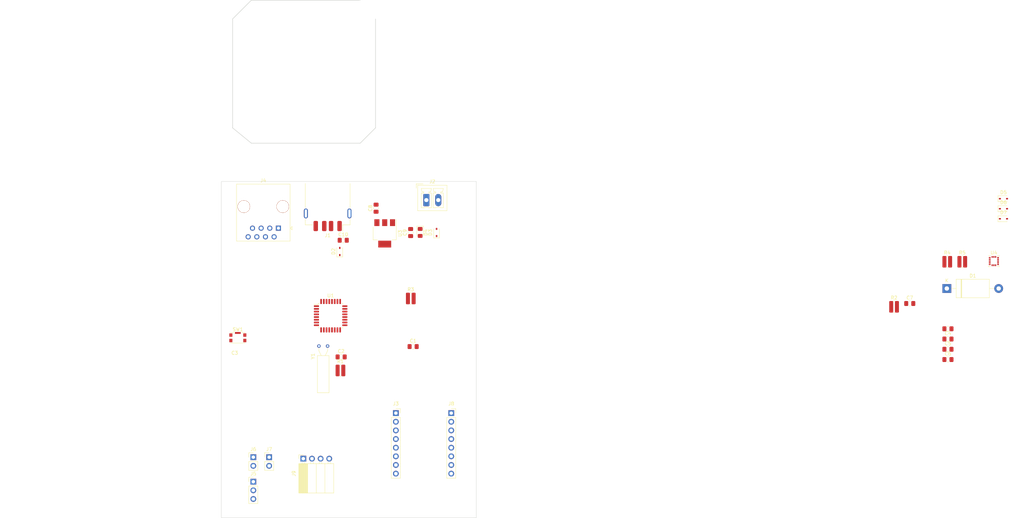
<source format=kicad_pcb>
(kicad_pcb (version 20221018) (generator pcbnew)
  (layers (0 "F.Cu" signal) (31 "B.Cu" signal) (34 "B.Paste" user) (35 "F.Paste" user) (36 "B.SilkS" user "B.Silkscreen") (37 "F.SilkS" user "F.Silkscreen") (38 "B.Mask" user) (39 "F.Mask" user) (44 "Edge.Cuts" user))
  (net 0 "")
  (net 1 " XIN ")
  (net 2 "GND")
  (net 3 "Net-(C2-Pad1)")
  (net 4 "5V -USB")
  (net 5 "Reset")
  (net 6 "RTS")
  (net 7 "N.C.")
  (net 8 "Net-(D1-K)")
  (net 9 "24v")
  (net 10 "Net-(D4-A)")
  (net 11 "/USB/3.3V")
  (net 12 "USB-")
  (net 13 "USB+")
  (net 14 "B-")
  (net 15 "B+")
  (net 16 "A-")
  (net 17 "A+")
  (net 18 "ETH0")
  (net 19 "ETH1")
  (net 20 "ETH2")
  (net 21 "ETH3")
  (net 22 "ETH4")
  (net 23 "ETH5")
  (net 24 "ETH6")
  (net 25 "FAN1")
  (net 26 "TEMPIN1")
  (net 27 "TEMPIN2")
  (net 28 "EN  ")
  (net 34 "STEP")
  (net 35 "DIR ")
  (net 36 "XOUT")
  (net 37 "TXD")
  (net 38 "RXD")
  (net 39 "ETH7")
  (footprint "Capacitor_SMD:C_0805_2012Metric_Pad1.18x1.45mm_HandSolder" (layer "F.Cu") (at 68.476 146.046)
    (fp_text reference "C2" (at 0 -1.68) (layer "F.SilkS"))
    (fp_text value "27p")
    (fp_line (start -0.261252 -0.735) (end 0.261252 -0.735) (stroke (width 0.12)) (layer "F.SilkS"))
    (fp_line (start -0.261252 0.735) (end 0.261252 0.735) (stroke (width 0.12)) (layer "F.SilkS"))
    (pad "1" smd roundrect (at -1.0375 0) (size 1.175 1.45) (layers "F.Cu" "F.Paste" "F.Mask") (roundrect_rratio 0.212766) (net 3 "Net-(C2-Pad1)"))
    (pad "2" smd roundrect (at 1.0375 0) (size 1.175 1.45) (layers "F.Cu" "F.Paste" "F.Mask") (roundrect_rratio 0.212766) (net 2 "GND"))
  )
  (footprint "Resistor_SMD:R_0612_1632Metric_Pad1.18x3.40mm_HandSolder" (layer "F.Cu") (at 251.005 118.08)
    (fp_text reference "R5" (at 0 -2.65) (layer "F.SilkS"))
    (fp_text value "47.5K")
    (fp_line (start -0.182983 -1.71) (end 0.182983 -1.71) (stroke (width 0.12)) (layer "F.SilkS"))
    (fp_line (start -0.182983 1.71) (end 0.182983 1.71) (stroke (width 0.12)) (layer "F.SilkS"))
    (pad "1" smd roundrect (at -0.8375 0) (size 1.175 3.4) (layers "F.Cu" "F.Paste" "F.Mask") (roundrect_rratio 0.212766) (net 11 "/USB/3.3V"))
    (pad "2" smd roundrect (at 0.8375 0) (size 1.175 3.4) (layers "F.Cu" "F.Paste" "F.Mask") (roundrect_rratio 0.212766) (net 2 "GND"))
  )
  (footprint "Resistor_SMD:R_0612_1632Metric_Pad1.18x3.40mm_HandSolder" (layer "F.Cu") (at 246.595 118.08)
    (fp_text reference "R4" (at 0 -2.65) (layer "F.SilkS"))
    (fp_text value "22.1K")
    (fp_line (start -0.182983 -1.71) (end 0.182983 -1.71) (stroke (width 0.12)) (layer "F.SilkS"))
    (fp_line (start -0.182983 1.71) (end 0.182983 1.71) (stroke (width 0.12)) (layer "F.SilkS"))
    (pad "1" smd roundrect (at -0.8375 0) (size 1.175 3.4) (layers "F.Cu" "F.Paste" "F.Mask") (roundrect_rratio 0.212766) (net 4 "5V -USB"))
    (pad "2" smd roundrect (at 0.8375 0) (size 1.175 3.4) (layers "F.Cu" "F.Paste" "F.Mask") (roundrect_rratio 0.212766) (net 11 "/USB/3.3V"))
  )
  (footprint "Connector_USB:USB_A_Receptacle_GCT_USB1046" (layer "F.Cu") (at 64.516 100.336 180)
    (fp_text reference "J1" (at 0 -10) (layer "F.SilkS"))
    (fp_text value "USB_A")
    (fp_line (start -6.58 -6.91) (end -6.58 -5.26) (stroke (width 0.12)) (layer "F.SilkS"))
    (fp_line (start -6.58 -1.84) (end -6.58 5.25) (stroke (width 0.12)) (layer "F.SilkS"))
    (fp_line (start -4.41 -6.91) (end -6.58 -6.91) (stroke (width 0.12)) (layer "F.SilkS"))
    (fp_line (start -4.41 -6.91) (end -4.41 -8.75) (stroke (width 0.12)) (layer "F.SilkS"))
    (fp_line (start 4.41 -6.91) (end 6.58 -6.91) (stroke (width 0.12)) (layer "F.SilkS"))
    (fp_line (start 6.58 -6.91) (end 6.58 -5.26) (stroke (width 0.12)) (layer "F.SilkS"))
    (fp_line (start 6.58 -1.84) (end 6.58 5.25) (stroke (width 0.12)) (layer "F.SilkS"))
    (pad "1" smd roundrect (at -3.5 -7.25 180) (size 1.3 3) (layers "F.Cu" "F.Paste" "F.Mask") (net 4 "5V -USB"))
    (pad "2" smd roundrect (at -1 -7.25 180) (size 1.3 3) (layers "F.Cu" "F.Paste" "F.Mask") (net 12 "USB-"))
    (pad "3" smd roundrect (at 1 -7.25 180) (size 1.3 3) (layers "F.Cu" "F.Paste" "F.Mask") (net 13 "USB+"))
    (pad "4" smd roundrect (at 3.5 -7.25 180) (size 1.3 3) (layers "F.Cu" "F.Paste" "F.Mask") (net 2 "GND"))
    (pad "5" thru_hole oval (at -6.4 -3.55 180) (size 1.2 2.9) (drill oval 0.6 2.3) (layers "*.Cu" "*.Mask") (net 2 "GND"))
    (pad "5" thru_hole oval (at 6.4 -3.55 180) (size 1.2 2.9) (drill oval 0.6 2.3) (layers "*.Cu" "*.Mask") (net 2 "GND"))
  )
  (footprint "Connector_PinHeader_2.54mm:PinHeader_1x02_P2.54mm_Vertical" (layer "F.Cu") (at 42.672 175.514)
    (fp_text reference "J6" (at 0 -2.33) (layer "F.SilkS"))
    (fp_text value "Temperature Read 1")
    (fp_line (start -1.33 -1.33) (end 0 -1.33) (stroke (width 0.12)) (layer "F.SilkS"))
    (fp_line (start -1.33 0) (end -1.33 -1.33) (stroke (width 0.12)) (layer "F.SilkS"))
    (fp_line (start -1.33 1.27) (end -1.33 3.87) (stroke (width 0.12)) (layer "F.SilkS"))
    (fp_line (start -1.33 1.27) (end 1.33 1.27) (stroke (width 0.12)) (layer "F.SilkS"))
    (fp_line (start -1.33 3.87) (end 1.33 3.87) (stroke (width 0.12)) (layer "F.SilkS"))
    (fp_line (start 1.33 1.27) (end 1.33 3.87) (stroke (width 0.12)) (layer "F.SilkS"))
    (pad "1" thru_hole rect (at 0 0) (size 1.7 1.7) (drill 1) (layers "*.Cu" "*.Mask") (net 26 "TEMPIN1"))
    (pad "2" thru_hole oval (at 0 2.54) (size 1.7 1.7) (drill 1) (layers "*.Cu" "*.Mask") (net 2 "GND"))
  )
  (footprint "Capacitor_SMD:C_0805_2012Metric_Pad1.18x1.45mm_HandSolder" (layer "F.Cu") (at 246.795 140.79)
    (fp_text reference "C4" (at 0 -1.68) (layer "F.SilkS"))
    (fp_text value "100nF")
    (fp_line (start -0.261252 -0.735) (end 0.261252 -0.735) (stroke (width 0.12)) (layer "F.SilkS"))
    (fp_line (start -0.261252 0.735) (end 0.261252 0.735) (stroke (width 0.12)) (layer "F.SilkS"))
    (pad "1" smd roundrect (at -1.0375 0) (size 1.175 1.45) (layers "F.Cu" "F.Paste" "F.Mask") (roundrect_rratio 0.212766) (net 4 "5V -USB"))
    (pad "2" smd roundrect (at 1.0375 0) (size 1.175 1.45) (layers "F.Cu" "F.Paste" "F.Mask") (roundrect_rratio 0.212766) (net 2 "GND"))
  )
  (footprint "Capacitor_SMD:C_0805_2012Metric_Pad1.18x1.45mm_HandSolder" (layer "F.Cu") (at 78.74 102.3405 90)
    (fp_text reference "C8" (at 0 -1.68 90) (layer "F.SilkS"))
    (fp_text value "10u")
    (fp_line (start -0.261252 -0.735) (end 0.261252 -0.735) (stroke (width 0.12)) (layer "F.SilkS"))
    (fp_line (start -0.261252 0.735) (end 0.261252 0.735) (stroke (width 0.12)) (layer "F.SilkS"))
    (pad "1" smd roundrect (at -1.0375 0 90) (size 1.175 1.45) (layers "F.Cu" "F.Paste" "F.Mask") (roundrect_rratio 0.212766) (net 7 "N.C."))
    (pad "2" smd roundrect (at 1.0375 0 90) (size 1.175 1.45) (layers "F.Cu" "F.Paste" "F.Mask") (roundrect_rratio 0.212766) (net 2 "GND"))
  )
  (footprint "Package_LGA:LGA-16_3x3mm_P0.5mm_LayoutBorder3x5y" (layer "F.Cu") (at 260.295 117.88)
    (fp_text reference "U4" (at 0 -2.45) (layer "F.SilkS"))
    (fp_text value "CP2102N-Axx-xQFN20")
    (fp_line (start -1.61 1.61) (end -1.61 1.435) (stroke (width 0.12)) (layer "F.SilkS"))
    (fp_line (start -0.935 -1.61) (end -1.61 -1.61) (stroke (width 0.12)) (layer "F.SilkS"))
    (fp_line (start -0.935 1.61) (end -1.61 1.61) (stroke (width 0.12)) (layer "F.SilkS"))
    (fp_line (start 0.935 -1.61) (end 1.61 -1.61) (stroke (width 0.12)) (layer "F.SilkS"))
    (fp_line (start 0.935 1.61) (end 1.61 1.61) (stroke (width 0.12)) (layer "F.SilkS"))
    (fp_line (start 1.61 -1.61) (end 1.61 -1.435) (stroke (width 0.12)) (layer "F.SilkS"))
    (fp_line (start 1.61 1.61) (end 1.61 1.435) (stroke (width 0.12)) (layer "F.SilkS"))
    (pad "1" smd roundrect (at -1.225 -1) (size 0.55 0.35) (layers "F.Cu" "F.Paste" "F.Mask"))
    (pad "2" smd roundrect (at -1.225 -0.5) (size 0.55 0.35) (layers "F.Cu" "F.Paste" "F.Mask"))
    (pad "3" smd roundrect (at -1.225 0) (size 0.55 0.35) (layers "F.Cu" "F.Paste" "F.Mask") (net 2 "GND"))
    (pad "4" smd roundrect (at -1.225 0.5) (size 0.55 0.35) (layers "F.Cu" "F.Paste" "F.Mask") (net 13 "USB+"))
    (pad "5" smd roundrect (at -1.225 1) (size 0.55 0.35) (layers "F.Cu" "F.Paste" "F.Mask") (net 12 "USB-"))
    (pad "6" smd roundrect (at -0.5 1.225) (size 0.35 0.55) (layers "F.Cu" "F.Paste" "F.Mask") (net 11 "/USB/3.3V"))
    (pad "7" smd roundrect (at 0 1.225) (size 0.35 0.55) (layers "F.Cu" "F.Paste" "F.Mask") (net 4 "5V -USB"))
    (pad "8" smd roundrect (at 0.5 1.225) (size 0.35 0.55) (layers "F.Cu" "F.Paste" "F.Mask") (net 11 "/USB/3.3V"))
    (pad "9" smd roundrect (at 1.225 1) (size 0.55 0.35) (layers "F.Cu" "F.Paste" "F.Mask") (net 6 "RTS"))
    (pad "10" smd roundrect (at 1.225 0.5) (size 0.55 0.35) (layers "F.Cu" "F.Paste" "F.Mask"))
    (pad "11" smd roundrect (at 1.225 0) (size 0.55 0.35) (layers "F.Cu" "F.Paste" "F.Mask"))
    (pad "12" smd roundrect (at 1.225 -0.5) (size 0.55 0.35) (layers "F.Cu" "F.Paste" "F.Mask") (net 2 "GND"))
    (pad "13" smd roundrect (at 1.225 -1) (size 0.55 0.35) (layers "F.Cu" "F.Paste" "F.Mask"))
    (pad "14" smd roundrect (at 0.5 -1.225) (size 0.35 0.55) (layers "F.Cu" "F.Paste" "F.Mask"))
    (pad "15" smd roundrect (at 0 -1.225) (size 0.35 0.55) (layers "F.Cu" "F.Paste" "F.Mask"))
    (pad "16" smd roundrect (at -0.5 -1.225) (size 0.35 0.55) (layers "F.Cu" "F.Paste" "F.Mask"))
  )
  (footprint "Button_Switch_SMD:SW_Push_1P1T-SH_NO_CK_KMR2xxG" (layer "F.Cu") (at 38.118 140.424)
    (fp_text reference "SW1" (at 0 -2.45) (layer "F.SilkS"))
    (fp_text value "SW_Push_Open_Dual")
    (fp_line (start -2.2 0.05) (end -2.2 -0.05) (stroke (width 0.12)) (layer "F.SilkS"))
    (fp_line (start -2.2 1.55) (end 2.2 1.55) (stroke (width 0.12)) (layer "F.SilkS"))
    (fp_line (start -1.15 -1.55) (end -2.2 -1.55) (stroke (width 0.12)) (layer "F.SilkS"))
    (fp_line (start 2.2 -1.55) (end 1.15 -1.55) (stroke (width 0.12)) (layer "F.SilkS"))
    (fp_line (start 2.2 0.05) (end 2.2 -0.05) (stroke (width 0.12)) (layer "F.SilkS"))
    (pad "1" smd rect (at -2.05 -0.8) (size 0.9 1) (layers "F.Cu" "F.Paste" "F.Mask") (net 5 "Reset"))
    (pad "1" smd rect (at 2.05 -0.8) (size 0.9 1) (layers "F.Cu" "F.Paste" "F.Mask") (net 5 "Reset"))
    (pad "2" smd rect (at -2.05 0.8) (size 0.9 1) (layers "F.Cu" "F.Paste" "F.Mask") (net 2 "GND"))
    (pad "2" smd rect (at 2.05 0.8) (size 0.9 1) (layers "F.Cu" "F.Paste" "F.Mask") (net 2 "GND"))
    (pad "SH" smd rect (at 0 -1.425) (size 1.7 0.55) (layers "F.Cu" "F.Paste" "F.Mask"))
  )
  (footprint "Package_TO_SOT_SMD:SOT-223-3_TabPin2" (layer "F.Cu") (at 81.28 109.738 -90)
    (fp_text reference "U3" (at 0 -4.5 -90) (layer "F.SilkS"))
    (fp_text value "NCP1117-12_TO252")
    (fp_line (start -4.1 -3.41) (end 1.91 -3.41) (stroke (width 0.12)) (layer "F.SilkS"))
    (fp_line (start -1.85 3.41) (end 1.91 3.41) (stroke (width 0.12)) (layer "F.SilkS"))
    (fp_line (start 1.91 -3.41) (end 1.91 -2.15) (stroke (width 0.12)) (layer "F.SilkS"))
    (fp_line (start 1.91 3.41) (end 1.91 2.15) (stroke (width 0.12)) (layer "F.SilkS"))
    (pad "1" smd rect (at -3.15 -2.3 270) (size 2 1.5) (layers "F.Cu" "F.Paste" "F.Mask") (net 2 "GND"))
    (pad "2" smd rect (at -3.15 0 270) (size 2 1.5) (layers "F.Cu" "F.Paste" "F.Mask") (net 4 "5V -USB"))
    (pad "2" smd rect (at 3.15 0 270) (size 2 3.8) (layers "F.Cu" "F.Paste" "F.Mask") (net 4 "5V -USB"))
    (pad "3" smd rect (at -3.15 2.3 270) (size 2 1.5) (layers "F.Cu" "F.Paste" "F.Mask") (net 7 "N.C."))
  )
  (footprint "Diode_SMD:D_SOD-323" (layer "F.Cu") (at 68.072 115.062 90)
    (fp_text reference "D2" (at 0 -1.85 90) (layer "F.SilkS"))
    (fp_text value "1N5819WS")
    (fp_line (start -1.61 -0.85) (end -1.61 0.85) (stroke (width 0.12)) (layer "F.SilkS"))
    (fp_line (start -1.61 -0.85) (end 1.05 -0.85) (stroke (width 0.12)) (layer "F.SilkS"))
    (fp_line (start -1.61 0.85) (end 1.05 0.85) (stroke (width 0.12)) (layer "F.SilkS"))
    (pad "1" smd roundrect (at -1.05 0 90) (size 0.6 0.45) (layers "F.Cu" "F.Paste" "F.Mask") (net 7 "N.C."))
    (pad "2" smd roundrect (at 1.05 0 90) (size 0.6 0.45) (layers "F.Cu" "F.Paste" "F.Mask") (net 4 "5V -USB"))
  )
  (footprint "Capacitor_SMD:C_0805_2012Metric_Pad1.18x1.45mm_HandSolder" (layer "F.Cu") (at 69.088 111.76)
    (fp_text reference "C10" (at 0 -1.68) (layer "F.SilkS"))
    (fp_text value "10uF")
    (fp_line (start -0.261252 -0.735) (end 0.261252 -0.735) (stroke (width 0.12)) (layer "F.SilkS"))
    (fp_line (start -0.261252 0.735) (end 0.261252 0.735) (stroke (width 0.12)) (layer "F.SilkS"))
    (pad "1" smd roundrect (at -1.0375 0) (size 1.175 1.45) (layers "F.Cu" "F.Paste" "F.Mask") (roundrect_rratio 0.212766) (net 4 "5V -USB"))
    (pad "2" smd roundrect (at 1.0375 0) (size 1.175 1.45) (layers "F.Cu" "F.Paste" "F.Mask") (roundrect_rratio 0.212766) (net 2 "GND"))
  )
  (footprint "Connector_PinHeader_2.54mm:PinHeader_1x03_P2.54mm_Vertical" (layer "F.Cu") (at 42.672 182.714)
    (fp_text reference "J5" (at 0 -2.33) (layer "F.SilkS"))
    (fp_text value "Fan")
    (fp_line (start -1.33 -1.33) (end 0 -1.33) (stroke (width 0.12)) (layer "F.SilkS"))
    (fp_line (start -1.33 0) (end -1.33 -1.33) (stroke (width 0.12)) (layer "F.SilkS"))
    (fp_line (start -1.33 1.27) (end -1.33 6.41) (stroke (width 0.12)) (layer "F.SilkS"))
    (fp_line (start -1.33 1.27) (end 1.33 1.27) (stroke (width 0.12)) (layer "F.SilkS"))
    (fp_line (start -1.33 6.41) (end 1.33 6.41) (stroke (width 0.12)) (layer "F.SilkS"))
    (fp_line (start 1.33 1.27) (end 1.33 6.41) (stroke (width 0.12)) (layer "F.SilkS"))
    (pad "1" thru_hole rect (at 0 0) (size 1.7 1.7) (drill 1) (layers "*.Cu" "*.Mask") (net 9 "24v"))
    (pad "2" thru_hole oval (at 0 2.54) (size 1.7 1.7) (drill 1) (layers "*.Cu" "*.Mask") (net 25 "FAN1"))
    (pad "3" thru_hole oval (at 0 5.08) (size 1.7 1.7) (drill 1) (layers "*.Cu" "*.Mask") (net 2 "GND"))
  )
  (footprint "Capacitor_SMD:C_0805_2012Metric_Pad1.18x1.45mm_HandSolder" (layer "F.Cu") (at 89.631 143.004)
    (fp_text reference "C1" (at 0 -1.68) (layer "F.SilkS"))
    (fp_text value "27p")
    (fp_line (start -0.261252 -0.735) (end 0.261252 -0.735) (stroke (width 0.12)) (layer "F.SilkS"))
    (fp_line (start -0.261252 0.735) (end 0.261252 0.735) (stroke (width 0.12)) (layer "F.SilkS"))
    (pad "1" smd roundrect (at -1.0375 0) (size 1.175 1.45) (layers "F.Cu" "F.Paste" "F.Mask") (roundrect_rratio 0.212766) (net 1 " XIN "))
    (pad "2" smd roundrect (at 1.0375 0) (size 1.175 1.45) (layers "F.Cu" "F.Paste" "F.Mask") (roundrect_rratio 0.212766) (net 2 "GND"))
  )
  (footprint "Package_QFP:LQFP-32_7x7mm_P0.8mm" (layer "F.Cu") (at 65.389 133.928)
    (fp_text reference "U1" (at 0 -5.88) (layer "F.SilkS"))
    (fp_text value "ATmega328P-P")
    (fp_line (start -3.61 -3.61) (end -3.61 -3.31) (stroke (width 0.12)) (layer "F.SilkS"))
    (fp_line (start -3.61 -3.31) (end -4.925 -3.31) (stroke (width 0.12)) (layer "F.SilkS"))
    (fp_line (start -3.61 3.61) (end -3.61 3.31) (stroke (width 0.12)) (layer "F.SilkS"))
    (fp_line (start -3.31 -3.61) (end -3.61 -3.61) (stroke (width 0.12)) (layer "F.SilkS"))
    (fp_line (start -3.31 3.61) (end -3.61 3.61) (stroke (width 0.12)) (layer "F.SilkS"))
    (fp_line (start 3.31 -3.61) (end 3.61 -3.61) (stroke (width 0.12)) (layer "F.SilkS"))
    (fp_line (start 3.31 3.61) (end 3.61 3.61) (stroke (width 0.12)) (layer "F.SilkS"))
    (fp_line (start 3.61 -3.61) (end 3.61 -3.31) (stroke (width 0.12)) (layer "F.SilkS"))
    (fp_line (start 3.61 3.61) (end 3.61 3.31) (stroke (width 0.12)) (layer "F.SilkS"))
    (pad "1" smd roundrect (at -4.175 -2.8) (size 1.5 0.5) (layers "F.Cu" "F.Paste" "F.Mask") (net 5 "Reset"))
    (pad "2" smd roundrect (at -4.175 -2) (size 1.5 0.5) (layers "F.Cu" "F.Paste" "F.Mask") (net 37 "TXD"))
    (pad "3" smd roundrect (at -4.175 -1.2) (size 1.5 0.5) (layers "F.Cu" "F.Paste" "F.Mask") (net 38 "RXD"))
    (pad "4" smd roundrect (at -4.175 -0.4) (size 1.5 0.5) (layers "F.Cu" "F.Paste" "F.Mask") (net 20 "ETH2"))
    (pad "5" smd roundrect (at -4.175 0.4) (size 1.5 0.5) (layers "F.Cu" "F.Paste" "F.Mask") (net 21 "ETH3"))
    (pad "6" smd roundrect (at -4.175 1.2) (size 1.5 0.5) (layers "F.Cu" "F.Paste" "F.Mask") (net 22 "ETH4"))
    (pad "7" smd roundrect (at -4.175 2) (size 1.5 0.5) (layers "F.Cu" "F.Paste" "F.Mask") (net 4 "5V -USB"))
    (pad "8" smd roundrect (at -4.175 2.8) (size 1.5 0.5) (layers "F.Cu" "F.Paste" "F.Mask") (net 2 "GND"))
    (pad "9" smd roundrect (at -2.8 4.175) (size 0.5 1.5) (layers "F.Cu" "F.Paste" "F.Mask") (net 1 " XIN "))
    (pad "10" smd roundrect (at -2 4.175) (size 0.5 1.5) (layers "F.Cu" "F.Paste" "F.Mask") (net 36 "XOUT"))
    (pad "11" smd roundrect (at -1.2 4.175) (size 0.5 1.5) (layers "F.Cu" "F.Paste" "F.Mask") (net 23 "ETH5"))
    (pad "12" smd roundrect (at -0.4 4.175) (size 0.5 1.5) (layers "F.Cu" "F.Paste" "F.Mask") (net 24 "ETH6"))
    (pad "13" smd roundrect (at 0.4 4.175) (size 0.5 1.5) (layers "F.Cu" "F.Paste" "F.Mask") (net 39 "ETH7"))
    (pad "14" smd roundrect (at 1.2 4.175) (size 0.5 1.5) (layers "F.Cu" "F.Paste" "F.Mask"))
    (pad "15" smd roundrect (at 2 4.175) (size 0.5 1.5) (layers "F.Cu" "F.Paste" "F.Mask") (net 25 "FAN1"))
    (pad "16" smd roundrect (at 2.8 4.175) (size 0.5 1.5) (layers "F.Cu" "F.Paste" "F.Mask") (net 28 "EN  "))
    (pad "17" smd roundrect (at 4.175 2.8) (size 1.5 0.5) (layers "F.Cu" "F.Paste" "F.Mask") (net 34 "STEP"))
    (pad "18" smd roundrect (at 4.175 2) (size 1.5 0.5) (layers "F.Cu" "F.Paste" "F.Mask") (net 35 "DIR "))
    (pad "19" smd roundrect (at 4.175 1.2) (size 1.5 0.5) (layers "F.Cu" "F.Paste" "F.Mask"))
    (pad "20" smd roundrect (at 4.175 0.4) (size 1.5 0.5) (layers "F.Cu" "F.Paste" "F.Mask") (net 4 "5V -USB"))
    (pad "21" smd roundrect (at 4.175 -0.4) (size 1.5 0.5) (layers "F.Cu" "F.Paste" "F.Mask") (net 4 "5V -USB"))
    (pad "22" smd roundrect (at 4.175 -1.2) (size 1.5 0.5) (layers "F.Cu" "F.Paste" "F.Mask") (net 2 "GND"))
    (pad "23" smd roundrect (at 4.175 -2) (size 1.5 0.5) (layers "F.Cu" "F.Paste" "F.Mask") (net 26 "TEMPIN1"))
    (pad "24" smd roundrect (at 4.175 -2.8) (size 1.5 0.5) (layers "F.Cu" "F.Paste" "F.Mask") (net 27 "TEMPIN2"))
    (pad "25" smd roundrect (at 2.8 -4.175) (size 0.5 1.5) (layers "F.Cu" "F.Paste" "F.Mask") (net 18 "ETH0"))
    (pad "26" smd roundrect (at 2 -4.175) (size 0.5 1.5) (layers "F.Cu" "F.Paste" "F.Mask") (net 19 "ETH1"))
    (pad "27" smd roundrect (at 1.2 -4.175) (size 0.5 1.5) (layers "F.Cu" "F.Paste" "F.Mask"))
    (pad "28" smd roundrect (at 0.4 -4.175) (size 0.5 1.5) (layers "F.Cu" "F.Paste" "F.Mask"))
    (pad "29" smd roundrect (at -0.4 -4.175) (size 0.5 1.5) (layers "F.Cu" "F.Paste" "F.Mask"))
    (pad "30" smd roundrect (at -1.2 -4.175) (size 0.5 1.5) (layers "F.Cu" "F.Paste" "F.Mask"))
    (pad "31" smd roundrect (at -2 -4.175) (size 0.5 1.5) (layers "F.Cu" "F.Paste" "F.Mask"))
    (pad "32" smd roundrect (at -2.8 -4.175) (size 0.5 1.5) (layers "F.Cu" "F.Paste" "F.Mask"))
  )
  (footprint "Diode_SMD:D_SOD-323" (layer "F.Cu") (at 263.11 105.45)
    (fp_text reference "D7" (at 0 -1.85) (layer "F.SilkS"))
    (fp_text value "1N5819WS")
    (fp_line (start -1.61 -0.85) (end -1.61 0.85) (stroke (width 0.12)) (layer "F.SilkS"))
    (fp_line (start -1.61 -0.85) (end 1.05 -0.85) (stroke (width 0.12)) (layer "F.SilkS"))
    (fp_line (start -1.61 0.85) (end 1.05 0.85) (stroke (width 0.12)) (layer "F.SilkS"))
    (pad "1" smd roundrect (at -1.05 0) (size 0.6 0.45) (layers "F.Cu" "F.Paste" "F.Mask") (net 13 "USB+"))
    (pad "2" smd roundrect (at 1.05 0) (size 0.6 0.45) (layers "F.Cu" "F.Paste" "F.Mask") (net 2 "GND"))
  )
  (footprint "Diode_SMD:D_SOD-323" (layer "F.Cu") (at 263.11 102.5)
    (fp_text reference "D6" (at 0 -1.85) (layer "F.SilkS"))
    (fp_text value "1N5819WS")
    (fp_line (start -1.61 -0.85) (end -1.61 0.85) (stroke (width 0.12)) (layer "F.SilkS"))
    (fp_line (start -1.61 -0.85) (end 1.05 -0.85) (stroke (width 0.12)) (layer "F.SilkS"))
    (fp_line (start -1.61 0.85) (end 1.05 0.85) (stroke (width 0.12)) (layer "F.SilkS"))
    (pad "1" smd roundrect (at -1.05 0) (size 0.6 0.45) (layers "F.Cu" "F.Paste" "F.Mask") (net 12 "USB-"))
    (pad "2" smd roundrect (at 1.05 0) (size 0.6 0.45) (layers "F.Cu" "F.Paste" "F.Mask") (net 2 "GND"))
  )
  (footprint "Connector_Phoenix_MC:PhoenixContact_MCV_1,5_2-G-3.5_1x02_P3.50mm_Vertical" (layer "F.Cu") (at 93.5175 99.9565)
    (fp_text reference "J2" (at 1.75 -5.45) (layer "F.SilkS"))
    (fp_text value "24V Bus")
    (fp_line (start -2.95 -4.75) (end -0.95 -4.75) (stroke (width 0.12)) (layer "F.SilkS"))
    (fp_line (start -2.95 -3.5) (end -2.95 -4.75) (stroke (width 0.12)) (layer "F.SilkS"))
    (fp_line (start -2.56 -4.36) (end -2.56 3.11) (stroke (width 0.12)) (layer "F.SilkS"))
    (fp_line (start -2.56 3.11) (end 6.06 3.11) (stroke (width 0.12)) (layer "F.SilkS"))
    (fp_line (start -1.5 -3.4) (end 1.5 -3.4) (stroke (width 0.12)) (layer "F.SilkS"))
    (fp_line (start -1.5 -2.05) (end -0.75 -2.05) (stroke (width 0.12)) (layer "F.SilkS"))
    (fp_line (start -1.5 2.25) (end -1.5 -2.05) (stroke (width 0.12)) (layer "F.SilkS"))
    (fp_line (start -1.25 -2.4) (end -1.5 -3.4) (stroke (width 0.12)) (layer "F.SilkS"))
    (fp_line (start -0.75 -2.4) (end -1.25 -2.4) (stroke (width 0.12)) (layer "F.SilkS"))
    (fp_line (start -0.75 -2.05) (end -0.75 -2.4) (stroke (width 0.12)) (layer "F.SilkS"))
    (fp_line (start -0.75 2.25) (end -1.5 2.25) (stroke (width 0.12)) (layer "F.SilkS"))
    (fp_line (start 0.75 -2.4) (end 0.75 -2.05) (stroke (width 0.12)) (layer "F.SilkS"))
    (fp_line (start 0.75 -2.05) (end 1.5 -2.05) (stroke (width 0.12)) (layer "F.SilkS"))
    (fp_line (start 1.25 -2.4) (end 0.75 -2.4) (stroke (width 0.12)) (layer "F.SilkS"))
    (fp_line (start 1.5 -3.4) (end 1.25 -2.4) (stroke (width 0.12)) (layer "F.SilkS"))
    (fp_line (start 1.5 -2.05) (end 1.5 2.25) (stroke (width 0.12)) (layer "F.SilkS"))
    (fp_line (start 1.5 2.25) (end 0.75 2.25) (stroke (width 0.12)) (layer "F.SilkS"))
    (fp_line (start 2 -3.4) (end 5 -3.4) (stroke (width 0.12)) (layer "F.SilkS"))
    (fp_line (start 2 -2.05) (end 2.75 -2.05) (stroke (width 0.12)) (layer "F.SilkS"))
    (fp_line (start 2 2.25) (end 2 -2.05) (stroke (width 0.12)) (layer "F.SilkS"))
    (fp_line (start 2.25 -2.4) (end 2 -3.4) (stroke (width 0.12)) (layer "F.SilkS"))
    (fp_line (start 2.75 -2.4) (end 2.25 -2.4) (stroke (width 0.12)) (layer "F.SilkS"))
    (fp_line (start 2.75 -2.05) (end 2.75 -2.4) (stroke (width 0.12)) (layer "F.SilkS"))
    (fp_line (start 2.75 2.25) (end 2 2.25) (stroke (width 0.12)) (layer "F.SilkS"))
    (fp_line (start 4.25 -2.4) (end 4.25 -2.05) (stroke (width 0.12)) (layer "F.SilkS"))
    (fp_line (start 4.25 -2.05) (end 5 -2.05) (stroke (width 0.12)) (layer "F.SilkS"))
    (fp_line (start 4.75 -2.4) (end 4.25 -2.4) (stroke (width 0.12)) (layer "F.SilkS"))
    (fp_line (start 5 -3.4) (end 4.75 -2.4) (stroke (width 0.12)) (layer "F.SilkS"))
    (fp_line (start 5 -2.05) (end 5 2.25) (stroke (width 0.12)) (layer "F.SilkS"))
    (fp_line (start 5 2.25) (end 4.25 2.25) (stroke (width 0.12)) (layer "F.SilkS"))
    (fp_line (start 6.06 -4.36) (end -2.56 -4.36) (stroke (width 0.12)) (layer "F.SilkS"))
    (fp_line (start 6.06 3.11) (end 6.06 -4.36) (stroke (width 0.12)) (layer "F.SilkS"))
    (fp_arc (start -0.75 2.25) (mid -0.000193 2.09191) (end 0.749647 2.249844) (stroke (width 0.12)) (layer "F.SilkS"))
    (fp_arc (start 2.75 2.25) (mid 3.499807 2.09191) (end 4.249647 2.249844) (stroke (width 0.12)) (layer "F.SilkS"))
    (pad "1" thru_hole roundrect (at 0 0) (size 1.8 3.6) (drill 1.2) (layers "*.Cu" "*.Mask") (roundrect_rratio 0.138889) (net 9 "24v"))
    (pad "2" thru_hole oval (at 3.5 0) (size 1.8 3.6) (drill 1.2) (layers "*.Cu" "*.Mask") (net 2 "GND"))
  )
  (footprint "Connector_PinSocket_2.54mm:PinSocket_1x04_P2.54mm_Horizontal" (layer "F.Cu") (at 57.364 175.94 90)
    (fp_text reference "J9" (at -4.38 -2.77 90) (layer "F.SilkS"))
    (fp_text value "MOTOR_OUTPUT")
    (fp_line (start -10.09 -1.33) (end -10.09 8.95) (stroke (width 0.12)) (layer "F.SilkS"))
    (fp_line (start -10.09 -1.33) (end -1.46 -1.33) (stroke (width 0.12)) (layer "F.SilkS"))
    (fp_line (start -10.09 -1.21) (end -1.46 -1.21) (stroke (width 0.12)) (layer "F.SilkS"))
    (fp_line (start -10.09 -1.091905) (end -1.46 -1.091905) (stroke (width 0.12)) (layer "F.SilkS"))
    (fp_line (start -10.09 -0.97381) (end -1.46 -0.97381) (stroke (width 0.12)) (layer "F.SilkS"))
    (fp_line (start -10.09 -0.855715) (end -1.46 -0.855715) (stroke (width 0.12)) (layer "F.SilkS"))
    (fp_line (start -10.09 -0.73762) (end -1.46 -0.73762) (stroke (width 0.12)) (layer "F.SilkS"))
    (fp_line (start -10.09 -0.619525) (end -1.46 -0.619525) (stroke (width 0.12)) (layer "F.SilkS"))
    (fp_line (start -10.09 -0.50143) (end -1.46 -0.50143) (stroke (width 0.12)) (layer "F.SilkS"))
    (fp_line (start -10.09 -0.383335) (end -1.46 -0.383335) (stroke (width 0.12)) (layer "F.SilkS"))
    (fp_line (start -10.09 -0.26524) (end -1.46 -0.26524) (stroke (width 0.12)) (layer "F.SilkS"))
    (fp_line (start -10.09 -0.147145) (end -1.46 -0.147145) (stroke (width 0.12)) (layer "F.SilkS"))
    (fp_line (start -10.09 -0.02905) (end -1.46 -0.02905) (stroke (width 0.12)) (layer "F.SilkS"))
    (fp_line (start -10.09 0.089045) (end -1.46 0.089045) (stroke (width 0.12)) (layer "F.SilkS"))
    (fp_line (start -10.09 0.20714) (end -1.46 0.20714) (stroke (width 0.12)) (layer "F.SilkS"))
    (fp_line (start -10.09 0.325235) (end -1.46 0.325235) (stroke (width 0.12)) (layer "F.SilkS"))
    (fp_line (start -10.09 0.44333) (end -1.46 0.44333) (stroke (width 0.12)) (layer "F.SilkS"))
    (fp_line (start -10.09 0.561425) (end -1.46 0.561425) (stroke (width 0.12)) (layer "F.SilkS"))
    (fp_line (start -10.09 0.67952) (end -1.46 0.67952) (stroke (width 0.12)) (layer "F.SilkS"))
    (fp_line (start -10.09 0.797615) (end -1.46 0.797615) (stroke (width 0.12)) (layer "F.SilkS"))
    (fp_line (start -10.09 0.91571) (end -1.46 0.91571) (stroke (width 0.12)) (layer "F.SilkS"))
    (fp_line (start -10.09 1.033805) (end -1.46 1.033805) (stroke (width 0.12)) (layer "F.SilkS"))
    (fp_line (start -10.09 1.1519) (end -1.46 1.1519) (stroke (width 0.12)) (layer "F.SilkS"))
    (fp_line (start -10.09 1.27) (end -1.46 1.27) (stroke (width 0.12)) (layer "F.SilkS"))
    (fp_line (start -10.09 3.81) (end -1.46 3.81) (stroke (width 0.12)) (layer "F.SilkS"))
    (fp_line (start -10.09 6.35) (end -1.46 6.35) (stroke (width 0.12)) (layer "F.SilkS"))
    (fp_line (start -10.09 8.95) (end -1.46 8.95) (stroke (width 0.12)) (layer "F.SilkS"))
    (fp_line (start -1.46 -1.33) (end -1.46 8.95) (stroke (width 0.12)) (layer "F.SilkS"))
    (fp_line (start -1.46 -0.36) (end -1.11 -0.36) (stroke (width 0.12)) (layer "F.SilkS"))
    (fp_line (start -1.46 0.36) (end -1.11 0.36) (stroke (width 0.12)) (layer "F.SilkS"))
    (fp_line (start -1.46 2.18) (end -1.05 2.18) (stroke (width 0.12)) (layer "F.SilkS"))
    (fp_line (start -1.46 2.9) (end -1.05 2.9) (stroke (width 0.12)) (layer "F.SilkS"))
    (fp_line (start -1.46 4.72) (end -1.05 4.72) (stroke (width 0.12)) (layer "F.SilkS"))
    (fp_line (start -1.46 5.44) (end -1.05 5.44) (stroke (width 0.12)) (layer "F.SilkS"))
    (fp_line (start -1.46 7.26) (end -1.05 7.26) (stroke (width 0.12)) (layer "F.SilkS"))
    (fp_line (start -1.46 7.98) (end -1.05 7.98) (stroke (width 0.12)) (layer "F.SilkS"))
    (fp_line (start 0 -1.33) (end 1.11 -1.33) (stroke (width 0.12)) (layer "F.SilkS"))
    (fp_line (start 1.11 -1.33) (end 1.11 0) (stroke (width 0.12)) (layer "F.SilkS"))
    (pad "1" thru_hole rect (at 0 0 90) (size 1.7 1.7) (drill 1) (layers "*.Cu" "*.Mask") (net 17 "A+"))
    (pad "2" thru_hole oval (at 0 2.54 90) (size 1.7 1.7) (drill 1) (layers "*.Cu" "*.Mask") (net 16 "A-"))
    (pad "3" thru_hole oval (at 0 5.08 90) (size 1.7 1.7) (drill 1) (layers "*.Cu" "*.Mask") (net 15 "B+"))
    (pad "4" thru_hole oval (at 0 7.62 90) (size 1.7 1.7) (drill 1) (layers "*.Cu" "*.Mask") (net 14 "B-"))
  )
  (footprint "Connector_RJ:RJ45_OST_PJ012-8P8CX_Vertical" (layer "F.Cu") (at 50.0475 108.212 180)
    (fp_text reference "J4" (at 4.45 14) (layer "F.SilkS"))
    (fp_text value "Conn_01x08_Socket")
    (fp_line (start -4 -0.5) (end -4 0.5) (stroke (width 0.12)) (layer "F.SilkS"))
    (fp_line (start -4 0.5) (end -3.5 0) (stroke (width 0.12)) (layer "F.SilkS"))
    (fp_line (start -3.5 0) (end -4 -0.5) (stroke (width 0.12)) (layer "F.SilkS"))
    (fp_line (start -3.42 -3.79) (end -3.42 12.95) (stroke (width 0.12)) (layer "F.SilkS"))
    (fp_line (start 12.3 -3.79) (end -3.42 -3.79) (stroke (width 0.12)) (layer "F.SilkS"))
    (fp_line (start 12.31 -3.79) (end 12.31 12.95) (stroke (width 0.12)) (layer "F.SilkS"))
    (fp_line (start 12.31 12.95) (end -3.42 12.95) (stroke (width 0.12)) (layer "F.SilkS"))
    (pad "" np_thru_hole circle (at -1.27 6.35 180) (size 3.65 3.65) (drill 3.45) (layers "*.Cu" "*.SilkS" "*.Mask"))
    (pad "" np_thru_hole circle (at 10.16 6.35 180) (size 3.65 3.65) (drill 3.45) (layers "*.Cu" "*.SilkS" "*.Mask"))
    (pad "1" thru_hole rect (at 0 0 180) (size 1.5 1.5) (drill 0.9) (layers "*.Cu" "*.Mask") (net 18 "ETH0"))
    (pad "2" thru_hole circle (at 1.27 -2.54 180) (size 1.5 1.5) (drill 0.9) (layers "*.Cu" "*.Mask") (net 19 "ETH1"))
    (pad "3" thru_hole circle (at 2.54 0 180) (size 1.5 1.5) (drill 0.9) (layers "*.Cu" "*.Mask") (net 20 "ETH2"))
    (pad "4" thru_hole circle (at 3.81 -2.54 180) (size 1.5 1.5) (drill 0.9) (layers "*.Cu" "*.Mask") (net 21 "ETH3"))
    (pad "5" thru_hole circle (at 5.08 0 180) (size 1.5 1.5) (drill 0.9) (layers "*.Cu" "*.Mask") (net 22 "ETH4"))
    (pad "6" thru_hole circle (at 6.35 -2.54 180) (size 1.5 1.5) (drill 0.9) (layers "*.Cu" "*.Mask") (net 23 "ETH5"))
    (pad "7" thru_hole circle (at 7.62 0 180) (size 1.5 1.5) (drill 0.9) (layers "*.Cu" "*.Mask") (net 24 "ETH6"))
    (pad "8" thru_hole circle (at 8.89 -2.54 180) (size 1.5 1.5) (drill 0.9) (layers "*.Cu" "*.Mask") (net 39 "ETH7"))
  )
  (footprint "Diode_THT:D_DO-201_P15.24mm_Horizontal" (layer "F.Cu") (at 246.465 125.94)
    (fp_text reference "D1" (at 7.62 -3.725) (layer "F.SilkS"))
    (fp_text value "1N53xxB")
    (fp_text user "K" (at 0 -2.3) (layer "F.SilkS"))
    (fp_line (start 1.54 0) (end 2.735 0) (stroke (width 0.12)) (layer "F.SilkS"))
    (fp_line (start 2.735 -2.725) (end 2.735 2.725) (stroke (width 0.12)) (layer "F.SilkS"))
    (fp_line (start 2.735 2.725) (end 12.505 2.725) (stroke (width 0.12)) (layer "F.SilkS"))
    (fp_line (start 4.1645 -2.725) (end 4.1645 2.725) (stroke (width 0.12)) (layer "F.SilkS"))
    (fp_line (start 4.2845 -2.725) (end 4.2845 2.725) (stroke (width 0.12)) (layer "F.SilkS"))
    (fp_line (start 4.4045 -2.725) (end 4.4045 2.725) (stroke (width 0.12)) (layer "F.SilkS"))
    (fp_line (start 12.505 -2.725) (end 2.735 -2.725) (stroke (width 0.12)) (layer "F.SilkS"))
    (fp_line (start 12.505 2.725) (end 12.505 -2.725) (stroke (width 0.12)) (layer "F.SilkS"))
    (fp_line (start 13.7 0) (end 12.505 0) (stroke (width 0.12)) (layer "F.SilkS"))
    (pad "1" thru_hole rect (at 0 0) (size 2.6 2.6) (drill 1.3) (layers "*.Cu" "*.Mask") (net 8 "Net-(D1-K)"))
    (pad "2" thru_hole oval (at 15.24 0) (size 2.6 2.6) (drill 1.3) (layers "*.Cu" "*.Mask") (net 5 "Reset"))
  )
  (footprint "Capacitor_SMD:C_0805_2012Metric_Pad1.18x1.45mm_HandSolder" (layer "F.Cu") (at 246.795 143.8)
    (fp_text reference "C5" (at 0 -1.68) (layer "F.SilkS"))
    (fp_text value "100nF.")
    (fp_line (start -0.261252 -0.735) (end 0.261252 -0.735) (stroke (width 0.12)) (layer "F.SilkS"))
    (fp_line (start -0.261252 0.735) (end 0.261252 0.735) (stroke (width 0.12)) (layer "F.SilkS"))
    (pad "1" smd roundrect (at -1.0375 0) (size 1.175 1.45) (layers "F.Cu" "F.Paste" "F.Mask") (roundrect_rratio 0.212766) (net 4 "5V -USB"))
    (pad "2" smd roundrect (at 1.0375 0) (size 1.175 1.45) (layers "F.Cu" "F.Paste" "F.Mask") (roundrect_rratio 0.212766) (net 2 "GND"))
  )
  (footprint "Capacitor_SMD:C_0805_2012Metric_Pad1.18x1.45mm_HandSolder" (layer "F.Cu") (at 88.9 109.4955 90)
    (fp_text reference "C9" (at 0 -1.68 90) (layer "F.SilkS"))
    (fp_text value "1uF")
    (fp_line (start -0.261252 -0.735) (end 0.261252 -0.735) (stroke (width 0.12)) (layer "F.SilkS"))
    (fp_line (start -0.261252 0.735) (end 0.261252 0.735) (stroke (width 0.12)) (layer "F.SilkS"))
    (pad "1" smd roundrect (at -1.0375 0 90) (size 1.175 1.45) (layers "F.Cu" "F.Paste" "F.Mask") (roundrect_rratio 0.212766) (net 4 "5V -USB"))
    (pad "2" smd roundrect (at 1.0375 0 90) (size 1.175 1.45) (layers "F.Cu" "F.Paste" "F.Mask") (roundrect_rratio 0.212766) (net 2 "GND"))
  )
  (footprint "Resistor_SMD:R_0612_1632Metric_Pad1.18x3.40mm_HandSolder" (layer "F.Cu") (at 88.9415 128.876)
    (fp_text reference "R3" (at 0 -2.65) (layer "F.SilkS"))
    (fp_text value "1k")
    (fp_line (start -0.182983 -1.71) (end 0.182983 -1.71) (stroke (width 0.12)) (layer "F.SilkS"))
    (fp_line (start -0.182983 1.71) (end 0.182983 1.71) (stroke (width 0.12)) (layer "F.SilkS"))
    (pad "1" smd roundrect (at -0.8375 0) (size 1.175 3.4) (layers "F.Cu" "F.Paste" "F.Mask") (roundrect_rratio 0.212766) (net 4 "5V -USB"))
    (pad "2" smd roundrect (at 0.8375 0) (size 1.175 3.4) (layers "F.Cu" "F.Paste" "F.Mask") (roundrect_rratio 0.212766) (net 10 "Net-(D4-A)"))
  )
  (footprint "Crystal:Crystal_AT310_D3.0mm_L10.0mm_Horizontal" (layer "F.Cu") (at 61.946 142.856)
    (fp_text reference "Y1" (at -1.75 3 90) (layer "F.SilkS"))
    (fp_text value "ABLS-12.000MHZ-B4-T")
    (fp_line (start -0.43 2.8) (end -0.43 13.7) (stroke (width 0.12)) (layer "F.SilkS"))
    (fp_line (start -0.43 13.7) (end 2.97 13.7) (stroke (width 0.12)) (layer "F.SilkS"))
    (fp_line (start 0 1.4) (end 0 0.7) (stroke (width 0.12)) (layer "F.SilkS"))
    (fp_line (start 0.67 2.8) (end 0 1.4) (stroke (width 0.12)) (layer "F.SilkS"))
    (fp_line (start 1.87 2.8) (end 2.54 1.4) (stroke (width 0.12)) (layer "F.SilkS"))
    (fp_line (start 2.54 1.4) (end 2.54 0.7) (stroke (width 0.12)) (layer "F.SilkS"))
    (fp_line (start 2.97 2.8) (end -0.43 2.8) (stroke (width 0.12)) (layer "F.SilkS"))
    (fp_line (start 2.97 13.7) (end 2.97 2.8) (stroke (width 0.12)) (layer "F.SilkS"))
    (pad "1" thru_hole circle (at 0 0) (size 1 1) (drill 0.5) (layers "*.Cu" "*.Mask") (net 3 "Net-(C2-Pad1)"))
    (pad "2" thru_hole circle (at 2.54 0) (size 1 1) (drill 0.5) (layers "*.Cu" "*.Mask") (net 1 " XIN "))
  )
  (footprint "Diode_SMD:D_SOD-323" (layer "F.Cu") (at 96.52 109.474 90)
    (fp_text reference "D3" (at 0 -1.85 90) (layer "F.SilkS"))
    (fp_text value "1N5819WS")
    (fp_line (start -1.61 -0.85) (end -1.61 0.85) (stroke (width 0.12)) (layer "F.SilkS"))
    (fp_line (start -1.61 -0.85) (end 1.05 -0.85) (stroke (width 0.12)) (layer "F.SilkS"))
    (fp_line (start -1.61 0.85) (end 1.05 0.85) (stroke (width 0.12)) (layer "F.SilkS"))
    (pad "1" smd roundrect (at -1.05 0 90) (size 0.6 0.45) (layers "F.Cu" "F.Paste" "F.Mask") (net 7 "N.C."))
    (pad "2" smd roundrect (at 1.05 0 90) (size 0.6 0.45) (layers "F.Cu" "F.Paste" "F.Mask") (net 9 "24v"))
  )
  (footprint "Connector_PinSocket_2.54mm:PinSocket_1x08_P2.54mm_Vertical" (layer "F.Cu") (at 84.554 162.56)
    (fp_text reference "J3" (at 0 -2.77) (layer "F.SilkS"))
    (fp_text value "DRIVER_POWER_RIAL")
    (fp_line (start -1.33 1.27) (end -1.33 19.11) (stroke (width 0.12)) (layer "F.SilkS"))
    (fp_line (start -1.33 1.27) (end 1.33 1.27) (stroke (width 0.12)) (layer "F.SilkS"))
    (fp_line (start -1.33 19.11) (end 1.33 19.11) (stroke (width 0.12)) (layer "F.SilkS"))
    (fp_line (start 0 -1.33) (end 1.33 -1.33) (stroke (width 0.12)) (layer "F.SilkS"))
    (fp_line (start 1.33 -1.33) (end 1.33 0) (stroke (width 0.12)) (layer "F.SilkS"))
    (fp_line (start 1.33 1.27) (end 1.33 19.11) (stroke (width 0.12)) (layer "F.SilkS"))
    (pad "1" thru_hole rect (at 0 0) (size 1.7 1.7) (drill 1) (layers "*.Cu" "*.Mask") (net 9 "24v"))
    (pad "2" thru_hole oval (at 0 2.54) (size 1.7 1.7) (drill 1) (layers "*.Cu" "*.Mask") (net 2 "GND"))
    (pad "3" thru_hole oval (at 0 5.08) (size 1.7 1.7) (drill 1) (layers "*.Cu" "*.Mask") (net 14 "B-"))
    (pad "4" thru_hole oval (at 0 7.62) (size 1.7 1.7) (drill 1) (layers "*.Cu" "*.Mask") (net 15 "B+"))
    (pad "5" thru_hole oval (at 0 10.16) (size 1.7 1.7) (drill 1) (layers "*.Cu" "*.Mask") (net 16 "A-"))
    (pad "6" thru_hole oval (at 0 12.7) (size 1.7 1.7) (drill 1) (layers "*.Cu" "*.Mask") (net 17 "A+"))
    (pad "7" thru_hole oval (at 0 15.24) (size 1.7 1.7) (drill 1) (layers "*.Cu" "*.Mask") (net 4 "5V -USB"))
    (pad "8" thru_hole oval (at 0 17.78) (size 1.7 1.7) (drill 1) (layers "*.Cu" "*.Mask") (net 2 "GND"))
  )
  (footprint "Capacitor_SMD:C_0805_2012Metric_Pad1.18x1.45mm_HandSolder" (layer "F.Cu") (at 235.5715 130.348)
    (fp_text reference "C7" (at 0 -1.68) (layer "F.SilkS"))
    (fp_text value "100nF")
    (fp_line (start -0.261252 -0.735) (end 0.261252 -0.735) (stroke (width 0.12)) (layer "F.SilkS"))
    (fp_line (start -0.261252 0.735) (end 0.261252 0.735) (stroke (width 0.12)) (layer "F.SilkS"))
    (pad "1" smd roundrect (at -1.0375 0) (size 1.175 1.45) (layers "F.Cu" "F.Paste" "F.Mask") (roundrect_rratio 0.212766) (net 5 "Reset"))
    (pad "2" smd roundrect (at 1.0375 0) (size 1.175 1.45) (layers "F.Cu" "F.Paste" "F.Mask") (roundrect_rratio 0.212766) (net 6 "RTS"))
  )
  (footprint "Capacitor_SMD:C_0805_2012Metric_Pad1.18x1.45mm_HandSolder" (layer "F.Cu") (at 246.795 137.78)
    (fp_text reference "C3" (at -209.597 7.094) (layer "F.SilkS"))
    (fp_text value "100nF")
    (fp_line (start -0.261252 -0.735) (end 0.261252 -0.735) (stroke (width 0.12)) (layer "F.SilkS"))
    (fp_line (start -0.261252 0.735) (end 0.261252 0.735) (stroke (width 0.12)) (layer "F.SilkS"))
    (pad "1" smd roundrect (at -1.0375 0) (size 1.175 1.45) (layers "F.Cu" "F.Paste" "F.Mask") (roundrect_rratio 0.212766) (net 4 "5V -USB"))
    (pad "2" smd roundrect (at 1.0375 0) (size 1.175 1.45) (layers "F.Cu" "F.Paste" "F.Mask") (roundrect_rratio 0.212766) (net 2 "GND"))
  )
  (footprint "Connector_PinSocket_2.54mm:PinSocket_1x08_P2.54mm_Vertical" (layer "F.Cu") (at 100.838 162.56)
    (fp_text reference "J8" (at 0 -2.77) (layer "F.SilkS"))
    (fp_text value "STP_DIR_EN_BUS")
    (fp_line (start -1.33 1.27) (end -1.33 19.11) (stroke (width 0.12)) (layer "F.SilkS"))
    (fp_line (start -1.33 1.27) (end 1.33 1.27) (stroke (width 0.12)) (layer "F.SilkS"))
    (fp_line (start -1.33 19.11) (end 1.33 19.11) (stroke (width 0.12)) (layer "F.SilkS"))
    (fp_line (start 0 -1.33) (end 1.33 -1.33) (stroke (width 0.12)) (layer "F.SilkS"))
    (fp_line (start 1.33 -1.33) (end 1.33 0) (stroke (width 0.12)) (layer "F.SilkS"))
    (fp_line (start 1.33 1.27) (end 1.33 19.11) (stroke (width 0.12)) (layer "F.SilkS"))
    (pad "1" thru_hole rect (at 0 0) (size 1.7 1.7) (drill 1) (layers "*.Cu" "*.Mask") (net 28 "EN  "))
    (pad "2" thru_hole oval (at 0 2.54) (size 1.7 1.7) (drill 1) (layers "*.Cu" "*.Mask"))
    (pad "3" thru_hole oval (at 0 5.08) (size 1.7 1.7) (drill 1) (layers "*.Cu" "*.Mask"))
    (pad "4" thru_hole oval (at 0 7.62) (size 1.7 1.7) (drill 1) (layers "*.Cu" "*.Mask"))
    (pad "5" thru_hole oval (at 0 10.16) (size 1.7 1.7) (drill 1) (layers "*.Cu" "*.Mask"))
    (pad "6" thru_hole oval (at 0 12.7) (size 1.7 1.7) (drill 1) (layers "*.Cu" "*.Mask"))
    (pad "7" thru_hole oval (at 0 15.24) (size 1.7 1.7) (drill 1) (layers "*.Cu" "*.Mask") (net 34 "STEP"))
    (pad "8" thru_hole oval (at 0 17.78) (size 1.7 1.7) (drill 1) (layers "*.Cu" "*.Mask") (net 35 "DIR "))
  )
  (footprint "Diode_SMD:D_SOD-323" (layer "F.Cu") (at 263.11 99.55)
    (fp_text reference "D5" (at 0 -1.85) (layer "F.SilkS"))
    (fp_text value "1N5819WS")
    (fp_line (start -1.61 -0.85) (end -1.61 0.85) (stroke (width 0.12)) (layer "F.SilkS"))
    (fp_line (start -1.61 -0.85) (end 1.05 -0.85) (stroke (width 0.12)) (layer "F.SilkS"))
    (fp_line (start -1.61 0.85) (end 1.05 0.85) (stroke (width 0.12)) (layer "F.SilkS"))
    (pad "1" smd roundrect (at -1.05 0) (size 0.6 0.45) (layers "F.Cu" "F.Paste" "F.Mask") (net 11 "/USB/3.3V"))
    (pad "2" smd roundrect (at 1.05 0) (size 0.6 0.45) (layers "F.Cu" "F.Paste" "F.Mask") (net 2 "GND"))
  )
  (footprint "Resistor_SMD:R_0612_1632Metric_Pad1.18x3.40mm_HandSolder" (layer "F.Cu") (at 230.9615 131.318)
    (fp_text reference "R2" (at 0 -2.65) (layer "F.SilkS"))
    (fp_text value "100")
    (fp_line (start -0.182983 -1.71) (end 0.182983 -1.71) (stroke (width 0.12)) (layer "F.SilkS"))
    (fp_line (start -0.182983 1.71) (end 0.182983 1.71) (stroke (width 0.12)) (layer "F.SilkS"))
    (pad "1" smd roundrect (at -0.8375 0) (size 1.175 3.4) (layers "F.Cu" "F.Paste" "F.Mask") (roundrect_rratio 0.212766) (net 8 "Net-(D1-K)"))
    (pad "2" smd roundrect (at 0.8375 0) (size 1.175 3.4) (layers "F.Cu" "F.Paste" "F.Mask") (roundrect_rratio 0.212766) (net 5 "Reset"))
  )
  (footprint "LED_SMD:LED_0805_2012Metric_Pad1.15x1.40mm_HandSolder" (layer "F.Cu") (at 91.694 109.465 -90)
    (fp_text reference "D4" (at 0 -1.65 90) (layer "F.SilkS"))
    (fp_text value "LED")
    (fp_line (start -1.86 -0.96) (end -1.86 0.96) (stroke (width 0.12)) (layer "F.SilkS"))
    (fp_line (start -1.86 0.96) (end 1 0.96) (stroke (width 0.12)) (layer "F.SilkS"))
    (fp_line (start 1 -0.96) (end -1.86 -0.96) (stroke (width 0.12)) (layer "F.SilkS"))
    (pad "1" smd roundrect (at -1.025 0 270) (size 1.15 1.4) (layers "F.Cu" "F.Paste" "F.Mask") (roundrect_rratio 0.217391) (net 2 "GND"))
    (pad "2" smd roundrect (at 1.025 0 270) (size 1.15 1.4) (layers "F.Cu" "F.Paste" "F.Mask") (roundrect_rratio 0.217391) (net 10 "Net-(D4-A)"))
  )
  (footprint "Resistor_SMD:R_0612_1632Metric_Pad1.18x3.40mm_HandSolder" (layer "F.Cu") (at 68.276 150.026)
    (fp_text reference "R1" (at 0 -2.65) (layer "F.SilkS"))
    (fp_text value "1K")
    (fp_line (start -0.182983 -1.71) (end 0.182983 -1.71) (stroke (width 0.12)) (layer "F.SilkS"))
    (fp_line (start -0.182983 1.71) (end 0.182983 1.71) (stroke (width 0.12)) (layer "F.SilkS"))
    (pad "1" smd roundrect (at -0.8375 0) (size 1.175 3.4) (layers "F.Cu" "F.Paste" "F.Mask") (roundrect_rratio 0.212766) (net 3 "Net-(C2-Pad1)"))
    (pad "2" smd roundrect (at 0.8375 0) (size 1.175 3.4) (layers "F.Cu" "F.Paste" "F.Mask") (roundrect_rratio 0.212766) (net 36 "XOUT"))
  )
  (footprint "Connector_PinHeader_2.54mm:PinHeader_1x02_P2.54mm_Vertical" (layer "F.Cu") (at 47.322 175.514)
    (fp_text reference "J7" (at 0 -2.33) (layer "F.SilkS"))
    (fp_text value "Temperature Read 2")
    (fp_line (start -1.33 -1.33) (end 0 -1.33) (stroke (width 0.12)) (layer "F.SilkS"))
    (fp_line (start -1.33 0) (end -1.33 -1.33) (stroke (width 0.12)) (layer "F.SilkS"))
    (fp_line (start -1.33 1.27) (end -1.33 3.87) (stroke (width 0.12)) (layer "F.SilkS"))
    (fp_line (start -1.33 1.27) (end 1.33 1.27) (stroke (width 0.12)) (layer "F.SilkS"))
    (fp_line (start -1.33 3.87) (end 1.33 3.87) (stroke (width 0.12)) (layer "F.SilkS"))
    (fp_line (start 1.33 1.27) (end 1.33 3.87) (stroke (width 0.12)) (layer "F.SilkS"))
    (pad "1" thru_hole rect (at 0 0) (size 1.7 1.7) (drill 1) (layers "*.Cu" "*.Mask") (net 27 "TEMPIN2"))
    (pad "2" thru_hole oval (at 0 2.54) (size 1.7 1.7) (drill 1) (layers "*.Cu" "*.Mask") (net 2 "GND"))
  )
  (footprint "Capacitor_SMD:C_0805_2012Metric_Pad1.18x1.45mm_HandSolder" (layer "F.Cu") (at 246.795 146.81)
    (fp_text reference "C6" (at 0 -1.68) (layer "F.SilkS"))
    (fp_text value "100nF")
    (fp_line (start -0.261252 -0.735) (end 0.261252 -0.735) (stroke (width 0.12)) (layer "F.SilkS"))
    (fp_line (start -0.261252 0.735) (end 0.261252 0.735) (stroke (width 0.12)) (layer "F.SilkS"))
    (pad "1" smd roundrect (at -1.0375 0) (size 1.175 1.45) (layers "F.Cu" "F.Paste" "F.Mask") (roundrect_rratio 0.212766) (net 4 "5V -USB"))
    (pad "2" smd roundrect (at 1.0375 0) (size 1.175 1.45) (layers "F.Cu" "F.Paste" "F.Mask") (roundrect_rratio 0.212766) (net 2 "GND"))
  )
  (gr_line (start 36.576 78.736) (end 36.576 46.736) (stroke (width 0.15)) (layer "Edge.Cuts"))
  (gr_line (start 78.576 78.736) (end 74.076 83.236) (stroke (width 0.15)) (layer "Edge.Cuts"))
  (gr_line (start 36.576 46.736) (end 42.076 41.236) (stroke (width 0.15)) (layer "Edge.Cuts"))
  (gr_line (start 42.076 41.236) (end 74.076 41.236) (stroke (width 0.15)) (layer "Edge.Cuts"))
  (gr_rect (start 33.274 94.488) (end 108.204 193.294) (stroke (width 0.1)) (fill none) (layer "Edge.Cuts"))
  (gr_line (start 42.076 83.236) (end 36.576 78.736) (stroke (width 0.15)) (layer "Edge.Cuts"))
  (gr_line (start 78.576 46.736) (end 78.576 78.736) (stroke (width 0.15)) (layer "Edge.Cuts"))
  (gr_line (start 74.076 83.236) (end 42.076 83.236) (stroke (width 0.15)) (layer "Edge.Cuts"))
)
</source>
